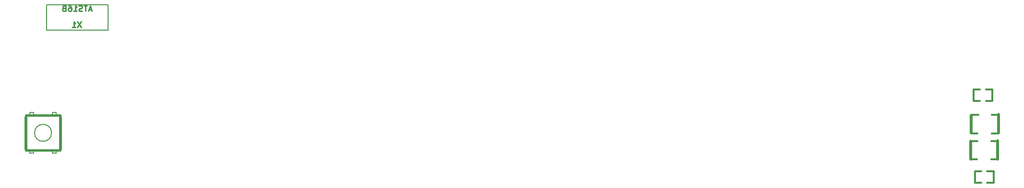
<source format=gbo>
G04 #@! TF.FileFunction,Legend,Bot*
%FSLAX46Y46*%
G04 Gerber Fmt 4.6, Leading zero omitted, Abs format (unit mm)*
G04 Created by KiCad (PCBNEW 4.0.0-rc1-stable) date 12/27/2015 3:28:10 PM*
%MOMM*%
G01*
G04 APERTURE LIST*
%ADD10C,0.150000*%
%ADD11C,0.200660*%
%ADD12C,0.381000*%
%ADD13C,0.300000*%
%ADD14C,0.500000*%
%ADD15C,0.250000*%
G04 APERTURE END LIST*
D10*
D11*
X67101140Y-91000000D02*
G75*
G03X67101140Y-91000000I-1501140J0D01*
G01*
X63250500Y-87901200D02*
X63250500Y-87400820D01*
X63250500Y-87400820D02*
X63949000Y-87400820D01*
X63949000Y-87400820D02*
X63949000Y-87901200D01*
X67949500Y-87400820D02*
X67949500Y-87901200D01*
X67251000Y-87400820D02*
X67949500Y-87400820D01*
X67251000Y-87901200D02*
X67251000Y-87400820D01*
X67251000Y-94098800D02*
X67251000Y-94599180D01*
X67251000Y-94599180D02*
X67949500Y-94599180D01*
X67949500Y-94599180D02*
X67949500Y-94098800D01*
X63250500Y-94098800D02*
X63250500Y-94599180D01*
X63250500Y-94599180D02*
X63949000Y-94599180D01*
X63949000Y-94599180D02*
X63949000Y-94098800D01*
D12*
X68698800Y-88200920D02*
X68698800Y-93799080D01*
X62501200Y-88200920D02*
X62501200Y-93799080D01*
X62600260Y-87901200D02*
X62600260Y-94098800D01*
X62600260Y-94098800D02*
X68599740Y-94098800D01*
X68599740Y-94098800D02*
X68599740Y-87901200D01*
X68599740Y-87901200D02*
X62600260Y-87901200D01*
D10*
X77100000Y-68300000D02*
X77100000Y-72800000D01*
X66250000Y-68300000D02*
X66250000Y-72800000D01*
X66250000Y-72800000D02*
X77100000Y-72800000D01*
X66250000Y-68300000D02*
X77100000Y-68300000D01*
D13*
X231827000Y-85366000D02*
X232951000Y-85366000D01*
X232951000Y-85366000D02*
X232951000Y-83334000D01*
X232951000Y-83334000D02*
X231827000Y-83334000D01*
X230746000Y-85366000D02*
X229649000Y-85366000D01*
X229649000Y-85366000D02*
X229649000Y-83334000D01*
X229649000Y-83334000D02*
X230746000Y-83334000D01*
X232027000Y-99816000D02*
X233151000Y-99816000D01*
X233151000Y-99816000D02*
X233151000Y-97784000D01*
X233151000Y-97784000D02*
X232027000Y-97784000D01*
X230946000Y-99816000D02*
X229849000Y-99816000D01*
X229849000Y-99816000D02*
X229849000Y-97784000D01*
X229849000Y-97784000D02*
X230946000Y-97784000D01*
D14*
X234000000Y-91050000D02*
X234000000Y-87750000D01*
X229200000Y-91050000D02*
X229200000Y-87850000D01*
D10*
X229200000Y-87850000D02*
X229200000Y-87750000D01*
D13*
X232827000Y-91066000D02*
X233951000Y-91066000D01*
X233951000Y-87834000D02*
X232827000Y-87834000D01*
X230346000Y-91066000D02*
X229249000Y-91066000D01*
X229349000Y-87834000D02*
X230446000Y-87834000D01*
D14*
X233900000Y-95700000D02*
X233900000Y-92400000D01*
X229100000Y-95700000D02*
X229100000Y-92500000D01*
D10*
X229100000Y-92500000D02*
X229100000Y-92400000D01*
D13*
X232727000Y-95716000D02*
X233851000Y-95716000D01*
X233851000Y-92484000D02*
X232727000Y-92484000D01*
X230246000Y-95716000D02*
X229149000Y-95716000D01*
X229249000Y-92484000D02*
X230346000Y-92484000D01*
D15*
X72319524Y-71322381D02*
X71652857Y-72322381D01*
X71652857Y-71322381D02*
X72319524Y-72322381D01*
X70748095Y-72322381D02*
X71319524Y-72322381D01*
X71033810Y-72322381D02*
X71033810Y-71322381D01*
X71129048Y-71465238D01*
X71224286Y-71560476D01*
X71319524Y-71608095D01*
X74127619Y-69176667D02*
X73651428Y-69176667D01*
X74222857Y-69462381D02*
X73889524Y-68462381D01*
X73556190Y-69462381D01*
X73365714Y-68462381D02*
X72794285Y-68462381D01*
X73080000Y-69462381D02*
X73080000Y-68462381D01*
X72508571Y-69414762D02*
X72365714Y-69462381D01*
X72127618Y-69462381D01*
X72032380Y-69414762D01*
X71984761Y-69367143D01*
X71937142Y-69271905D01*
X71937142Y-69176667D01*
X71984761Y-69081429D01*
X72032380Y-69033810D01*
X72127618Y-68986190D01*
X72318095Y-68938571D01*
X72413333Y-68890952D01*
X72460952Y-68843333D01*
X72508571Y-68748095D01*
X72508571Y-68652857D01*
X72460952Y-68557619D01*
X72413333Y-68510000D01*
X72318095Y-68462381D01*
X72079999Y-68462381D01*
X71937142Y-68510000D01*
X70984761Y-69462381D02*
X71556190Y-69462381D01*
X71270476Y-69462381D02*
X71270476Y-68462381D01*
X71365714Y-68605238D01*
X71460952Y-68700476D01*
X71556190Y-68748095D01*
X70127618Y-68462381D02*
X70318095Y-68462381D01*
X70413333Y-68510000D01*
X70460952Y-68557619D01*
X70556190Y-68700476D01*
X70603809Y-68890952D01*
X70603809Y-69271905D01*
X70556190Y-69367143D01*
X70508571Y-69414762D01*
X70413333Y-69462381D01*
X70222856Y-69462381D01*
X70127618Y-69414762D01*
X70079999Y-69367143D01*
X70032380Y-69271905D01*
X70032380Y-69033810D01*
X70079999Y-68938571D01*
X70127618Y-68890952D01*
X70222856Y-68843333D01*
X70413333Y-68843333D01*
X70508571Y-68890952D01*
X70556190Y-68938571D01*
X70603809Y-69033810D01*
X69270475Y-68938571D02*
X69127618Y-68986190D01*
X69079999Y-69033810D01*
X69032380Y-69129048D01*
X69032380Y-69271905D01*
X69079999Y-69367143D01*
X69127618Y-69414762D01*
X69222856Y-69462381D01*
X69603809Y-69462381D01*
X69603809Y-68462381D01*
X69270475Y-68462381D01*
X69175237Y-68510000D01*
X69127618Y-68557619D01*
X69079999Y-68652857D01*
X69079999Y-68748095D01*
X69127618Y-68843333D01*
X69175237Y-68890952D01*
X69270475Y-68938571D01*
X69603809Y-68938571D01*
M02*

</source>
